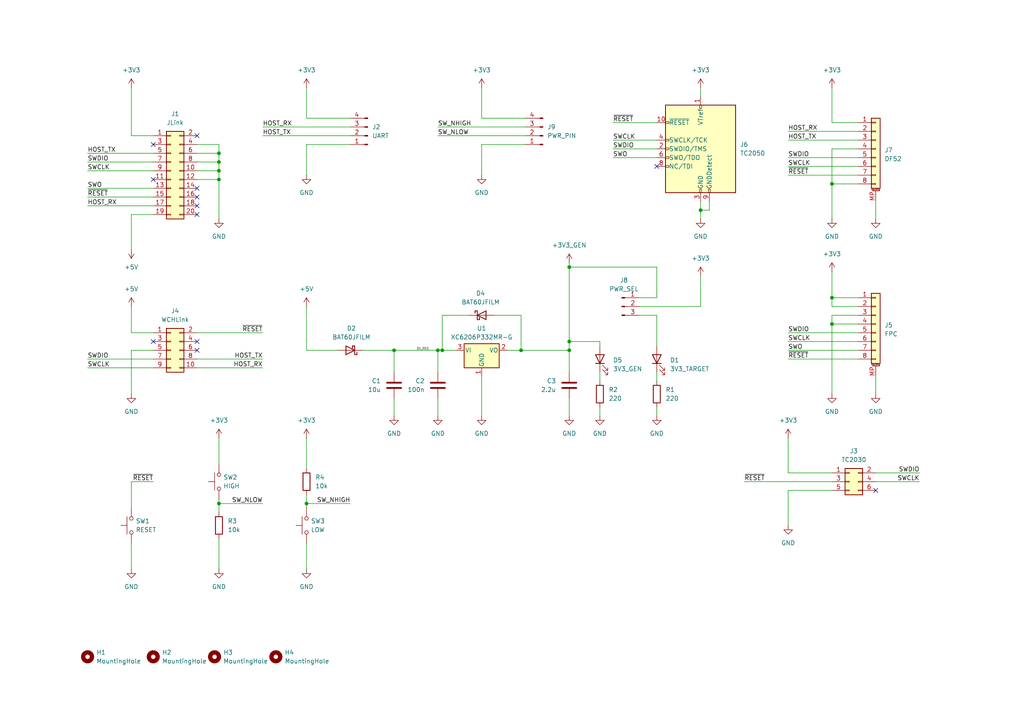
<source format=kicad_sch>
(kicad_sch (version 20250114) (generator "eeschema") (generator_version "9.0")
  (paper "A4")
  (lib_symbols
    (symbol "Connector:Conn_01x03_Pin" (pin_names (offset 1.016) (hide yes))
      (property "Reference" "J" (at 0 5.08 0))
      (property "Value" "Conn_01x03_Pin" (at 0 -5.08 0))
      (symbol "Conn_01x03_Pin_1_1"
        (rectangle (start 0.8636 2.667) (end 0 2.413) (stroke (width 0.1524)) (fill (type outline)))
        (rectangle (start 0.8636 0.127) (end 0 -0.127) (stroke (width 0.1524)) (fill (type outline)))
        (rectangle (start 0.8636 -2.413) (end 0 -2.667) (stroke (width 0.1524)) (fill (type outline)))
        (polyline (pts (xy 1.27 2.54) (xy 0.8636 2.54)) (stroke (width 0.1524)))
        (polyline (pts (xy 1.27 0) (xy 0.8636 0)) (stroke (width 0.1524)))
        (polyline (pts (xy 1.27 -2.54) (xy 0.8636 -2.54)) (stroke (width 0.1524)))
        (pin passive line (at 5.08 2.54 180) (length 3.81) (name "Pin_1") (number "1"))
        (pin passive line (at 5.08 0 180) (length 3.81) (name "Pin_2") (number "2"))
        (pin passive line (at 5.08 -2.54 180) (length 3.81) (name "Pin_3") (number "3"))
      )
    )
    (symbol "Connector:Conn_01x04_Pin" (pin_names (offset 1.016) (hide yes))
      (property "Reference" "J" (at 0 5.08 0))
      (property "Value" "Conn_01x04_Pin" (at 0 -7.62 0))
      (symbol "Conn_01x04_Pin_1_1"
        (rectangle (start 0.8636 2.667) (end 0 2.413) (stroke (width 0.1524)) (fill (type outline)))
        (rectangle (start 0.8636 0.127) (end 0 -0.127) (stroke (width 0.1524)) (fill (type outline)))
        (rectangle (start 0.8636 -2.413) (end 0 -2.667) (stroke (width 0.1524)) (fill (type outline)))
        (rectangle (start 0.8636 -4.953) (end 0 -5.207) (stroke (width 0.1524)) (fill (type outline)))
        (polyline (pts (xy 1.27 2.54) (xy 0.8636 2.54)) (stroke (width 0.1524)))
        (polyline (pts (xy 1.27 0) (xy 0.8636 0)) (stroke (width 0.1524)))
        (polyline (pts (xy 1.27 -2.54) (xy 0.8636 -2.54)) (stroke (width 0.1524)))
        (polyline (pts (xy 1.27 -5.08) (xy 0.8636 -5.08)) (stroke (width 0.1524)))
        (pin passive line (at 5.08 2.54 180) (length 3.81) (name "Pin_1") (number "1"))
        (pin passive line (at 5.08 0 180) (length 3.81) (name "Pin_2") (number "2"))
        (pin passive line (at 5.08 -2.54 180) (length 3.81) (name "Pin_3") (number "3"))
        (pin passive line (at 5.08 -5.08 180) (length 3.81) (name "Pin_4") (number "4"))
      )
    )
    (symbol "Connector:Conn_ARM_JTAG_SWD_10" (pin_names (offset 1.016))
      (property "Reference" "J" (at -2.54 16.51 0))
      (property "Value" "Conn_ARM_JTAG_SWD_10" (at -2.54 13.97 0))
      (symbol "Conn_ARM_JTAG_SWD_10_0_1"
        (rectangle (start -10.16 12.7) (end 10.16 -12.7) (stroke (width 0.254)) (fill (type background)))
        (rectangle (start -2.794 -12.7) (end -2.286 -11.684))
        (rectangle (start -0.254 12.7) (end 0.254 11.684))
        (rectangle (start -0.254 -12.7) (end 0.254 -11.684))
        (rectangle (start 9.144 2.286) (end 10.16 2.794))
        (rectangle (start 10.16 7.874) (end 9.144 7.366))
        (rectangle (start 10.16 -0.254) (end 9.144 0.254))
        (rectangle (start 10.16 -2.794) (end 9.144 -2.286))
      )
      (symbol "Conn_ARM_JTAG_SWD_10_1_1"
        (rectangle (start 9.144 -5.334) (end 10.16 -4.826))
        (pin no_connect line (at -10.16 0 0) (length 2.54) (hide yes) (name "KEY") (number "7"))
        (pin passive line (at -2.54 -15.24 90) (length 2.54) (name "GNDDetect") (number "9"))
        (pin power_in line (at 0 15.24 270) (length 2.54) (name "VTref") (number "1"))
        (pin power_in line (at 0 -15.24 90) (length 2.54) (name "GND") (number "3"))
        (pin passive line (at 0 -15.24 90) (length 2.54) (hide yes) (name "GND") (number "5"))
        (pin open_collector line (at 12.7 7.62 180) (length 2.54) (name "~{RESET}") (number "10"))
        (pin output line (at 12.7 2.54 180) (length 2.54) (name "SWCLK/TCK") (number "4"))
        (pin bidirectional line (at 12.7 0 180) (length 2.54) (name "SWDIO/TMS") (number "2"))
        (pin input line (at 12.7 -2.54 180) (length 2.54) (name "SWO/TDO") (number "6"))
        (pin output line (at 12.7 -5.08 180) (length 2.54) (name "NC/TDI") (number "8"))
      )
    )
    (symbol "Connector_Generic:Conn_02x03_Odd_Even" (pin_names (offset 1.016) (hide yes))
      (property "Reference" "J" (at 1.27 5.08 0))
      (property "Value" "Conn_02x03_Odd_Even" (at 1.27 -5.08 0))
      (symbol "Conn_02x03_Odd_Even_1_1"
        (rectangle (start -1.27 3.81) (end 3.81 -3.81) (stroke (width 0.254)) (fill (type background)))
        (rectangle (start -1.27 2.667) (end 0 2.413) (stroke (width 0.1524)))
        (rectangle (start -1.27 0.127) (end 0 -0.127) (stroke (width 0.1524)))
        (rectangle (start -1.27 -2.413) (end 0 -2.667) (stroke (width 0.1524)))
        (rectangle (start 3.81 2.667) (end 2.54 2.413) (stroke (width 0.1524)))
        (rectangle (start 3.81 0.127) (end 2.54 -0.127) (stroke (width 0.1524)))
        (rectangle (start 3.81 -2.413) (end 2.54 -2.667) (stroke (width 0.1524)))
        (pin passive line (at -5.08 2.54 0) (length 3.81) (name "Pin_1") (number "1"))
        (pin passive line (at -5.08 0 0) (length 3.81) (name "Pin_3") (number "3"))
        (pin passive line (at -5.08 -2.54 0) (length 3.81) (name "Pin_5") (number "5"))
        (pin passive line (at 7.62 2.54 180) (length 3.81) (name "Pin_2") (number "2"))
        (pin passive line (at 7.62 0 180) (length 3.81) (name "Pin_4") (number "4"))
        (pin passive line (at 7.62 -2.54 180) (length 3.81) (name "Pin_6") (number "6"))
      )
    )
    (symbol "Connector_Generic:Conn_02x05_Odd_Even" (pin_names (offset 1.016) (hide yes))
      (property "Reference" "J" (at 1.27 7.62 0))
      (property "Value" "Conn_02x05_Odd_Even" (at 1.27 -7.62 0))
      (symbol "Conn_02x05_Odd_Even_1_1"
        (rectangle (start -1.27 6.35) (end 3.81 -6.35) (stroke (width 0.254)) (fill (type background)))
        (rectangle (start -1.27 5.207) (end 0 4.953) (stroke (width 0.1524)))
        (rectangle (start -1.27 2.667) (end 0 2.413) (stroke (width 0.1524)))
        (rectangle (start -1.27 0.127) (end 0 -0.127) (stroke (width 0.1524)))
        (rectangle (start -1.27 -2.413) (end 0 -2.667) (stroke (width 0.1524)))
        (rectangle (start -1.27 -4.953) (end 0 -5.207) (stroke (width 0.1524)))
        (rectangle (start 3.81 5.207) (end 2.54 4.953) (stroke (width 0.1524)))
        (rectangle (start 3.81 2.667) (end 2.54 2.413) (stroke (width 0.1524)))
        (rectangle (start 3.81 0.127) (end 2.54 -0.127) (stroke (width 0.1524)))
        (rectangle (start 3.81 -2.413) (end 2.54 -2.667) (stroke (width 0.1524)))
        (rectangle (start 3.81 -4.953) (end 2.54 -5.207) (stroke (width 0.1524)))
        (pin passive line (at -5.08 5.08 0) (length 3.81) (name "Pin_1") (number "1"))
        (pin passive line (at -5.08 2.54 0) (length 3.81) (name "Pin_3") (number "3"))
        (pin passive line (at -5.08 0 0) (length 3.81) (name "Pin_5") (number "5"))
        (pin passive line (at -5.08 -2.54 0) (length 3.81) (name "Pin_7") (number "7"))
        (pin passive line (at -5.08 -5.08 0) (length 3.81) (name "Pin_9") (number "9"))
        (pin passive line (at 7.62 5.08 180) (length 3.81) (name "Pin_2") (number "2"))
        (pin passive line (at 7.62 2.54 180) (length 3.81) (name "Pin_4") (number "4"))
        (pin passive line (at 7.62 0 180) (length 3.81) (name "Pin_6") (number "6"))
        (pin passive line (at 7.62 -2.54 180) (length 3.81) (name "Pin_8") (number "8"))
        (pin passive line (at 7.62 -5.08 180) (length 3.81) (name "Pin_10") (number "10"))
      )
    )
    (symbol "Connector_Generic:Conn_02x10_Odd_Even" (pin_names (offset 1.016) (hide yes))
      (property "Reference" "J" (at 1.27 12.7 0))
      (property "Value" "Conn_02x10_Odd_Even" (at 1.27 -15.24 0))
      (symbol "Conn_02x10_Odd_Even_1_1"
        (rectangle (start -1.27 11.43) (end 3.81 -13.97) (stroke (width 0.254)) (fill (type background)))
        (rectangle (start -1.27 10.287) (end 0 10.033) (stroke (width 0.1524)))
        (rectangle (start -1.27 7.747) (end 0 7.493) (stroke (width 0.1524)))
        (rectangle (start -1.27 5.207) (end 0 4.953) (stroke (width 0.1524)))
        (rectangle (start -1.27 2.667) (end 0 2.413) (stroke (width 0.1524)))
        (rectangle (start -1.27 0.127) (end 0 -0.127) (stroke (width 0.1524)))
        (rectangle (start -1.27 -2.413) (end 0 -2.667) (stroke (width 0.1524)))
        (rectangle (start -1.27 -4.953) (end 0 -5.207) (stroke (width 0.1524)))
        (rectangle (start -1.27 -7.493) (end 0 -7.747) (stroke (width 0.1524)))
        (rectangle (start -1.27 -10.033) (end 0 -10.287) (stroke (width 0.1524)))
        (rectangle (start -1.27 -12.573) (end 0 -12.827) (stroke (width 0.1524)))
        (rectangle (start 3.81 10.287) (end 2.54 10.033) (stroke (width 0.1524)))
        (rectangle (start 3.81 7.747) (end 2.54 7.493) (stroke (width 0.1524)))
        (rectangle (start 3.81 5.207) (end 2.54 4.953) (stroke (width 0.1524)))
        (rectangle (start 3.81 2.667) (end 2.54 2.413) (stroke (width 0.1524)))
        (rectangle (start 3.81 0.127) (end 2.54 -0.127) (stroke (width 0.1524)))
        (rectangle (start 3.81 -2.413) (end 2.54 -2.667) (stroke (width 0.1524)))
        (rectangle (start 3.81 -4.953) (end 2.54 -5.207) (stroke (width 0.1524)))
        (rectangle (start 3.81 -7.493) (end 2.54 -7.747) (stroke (width 0.1524)))
        (rectangle (start 3.81 -10.033) (end 2.54 -10.287) (stroke (width 0.1524)))
        (rectangle (start 3.81 -12.573) (end 2.54 -12.827) (stroke (width 0.1524)))
        (pin passive line (at -5.08 10.16 0) (length 3.81) (name "Pin_1") (number "1"))
        (pin passive line (at -5.08 7.62 0) (length 3.81) (name "Pin_3") (number "3"))
        (pin passive line (at -5.08 5.08 0) (length 3.81) (name "Pin_5") (number "5"))
        (pin passive line (at -5.08 2.54 0) (length 3.81) (name "Pin_7") (number "7"))
        (pin passive line (at -5.08 0 0) (length 3.81) (name "Pin_9") (number "9"))
        (pin passive line (at -5.08 -2.54 0) (length 3.81) (name "Pin_11") (number "11"))
        (pin passive line (at -5.08 -5.08 0) (length 3.81) (name "Pin_13") (number "13"))
        (pin passive line (at -5.08 -7.62 0) (length 3.81) (name "Pin_15") (number "15"))
        (pin passive line (at -5.08 -10.16 0) (length 3.81) (name "Pin_17") (number "17"))
        (pin passive line (at -5.08 -12.7 0) (length 3.81) (name "Pin_19") (number "19"))
        (pin passive line (at 7.62 10.16 180) (length 3.81) (name "Pin_2") (number "2"))
        (pin passive line (at 7.62 7.62 180) (length 3.81) (name "Pin_4") (number "4"))
        (pin passive line (at 7.62 5.08 180) (length 3.81) (name "Pin_6") (number "6"))
        (pin passive line (at 7.62 2.54 180) (length 3.81) (name "Pin_8") (number "8"))
        (pin passive line (at 7.62 0 180) (length 3.81) (name "Pin_10") (number "10"))
        (pin passive line (at 7.62 -2.54 180) (length 3.81) (name "Pin_12") (number "12"))
        (pin passive line (at 7.62 -5.08 180) (length 3.81) (name "Pin_14") (number "14"))
        (pin passive line (at 7.62 -7.62 180) (length 3.81) (name "Pin_16") (number "16"))
        (pin passive line (at 7.62 -10.16 180) (length 3.81) (name "Pin_18") (number "18"))
        (pin passive line (at 7.62 -12.7 180) (length 3.81) (name "Pin_20") (number "20"))
      )
    )
    (symbol "Connector_Generic_MountingPin:Conn_01x08_MountingPin" (pin_names (offset 1.016) (hide yes))
      (property "Reference" "J" (at 0 10.16 0))
      (property "Value" "Conn_01x08_MountingPin" (at 1.27 -12.7 0))
      (symbol "Conn_01x08_MountingPin_1_1"
        (rectangle (start -1.27 8.89) (end 1.27 -11.43) (stroke (width 0.254)) (fill (type background)))
        (rectangle (start -1.27 7.747) (end 0 7.493) (stroke (width 0.1524)))
        (rectangle (start -1.27 5.207) (end 0 4.953) (stroke (width 0.1524)))
        (rectangle (start -1.27 2.667) (end 0 2.413) (stroke (width 0.1524)))
        (rectangle (start -1.27 0.127) (end 0 -0.127) (stroke (width 0.1524)))
        (rectangle (start -1.27 -2.413) (end 0 -2.667) (stroke (width 0.1524)))
        (rectangle (start -1.27 -4.953) (end 0 -5.207) (stroke (width 0.1524)))
        (rectangle (start -1.27 -7.493) (end 0 -7.747) (stroke (width 0.1524)))
        (rectangle (start -1.27 -10.033) (end 0 -10.287) (stroke (width 0.1524)))
        (polyline (pts (xy -1.016 -12.192) (xy 1.016 -12.192)) (stroke (width 0.1524)))
        (text "Mounting" (at 0 -11.811 0) (effects (font (size 0.381 0.381))))
        (pin passive line (at -5.08 7.62 0) (length 3.81) (name "Pin_1") (number "1"))
        (pin passive line (at -5.08 5.08 0) (length 3.81) (name "Pin_2") (number "2"))
        (pin passive line (at -5.08 2.54 0) (length 3.81) (name "Pin_3") (number "3"))
        (pin passive line (at -5.08 0 0) (length 3.81) (name "Pin_4") (number "4"))
        (pin passive line (at -5.08 -2.54 0) (length 3.81) (name "Pin_5") (number "5"))
        (pin passive line (at -5.08 -5.08 0) (length 3.81) (name "Pin_6") (number "6"))
        (pin passive line (at -5.08 -7.62 0) (length 3.81) (name "Pin_7") (number "7"))
        (pin passive line (at -5.08 -10.16 0) (length 3.81) (name "Pin_8") (number "8"))
        (pin passive line (at 0 -15.24 90) (length 3.048) (name "MountPin") (number "MP"))
      )
    )
    (symbol "Device:C" (pin_numbers (hide yes)) (pin_names (offset 0.254))
      (property "Reference" "C" (at 0.635 2.54 0))
      (property "Value" "C" (at 0.635 -2.54 0))
      (symbol "C_0_1"
        (polyline (pts (xy -2.032 0.762) (xy 2.032 0.762)) (stroke (width 0.508)))
        (polyline (pts (xy -2.032 -0.762) (xy 2.032 -0.762)) (stroke (width 0.508)))
      )
      (symbol "C_1_1"
        (pin passive line (at 0 3.81 270) (length 2.794) (name "~") (number "1"))
        (pin passive line (at 0 -3.81 90) (length 2.794) (name "~") (number "2"))
      )
    )
    (symbol "Device:D_Schottky" (pin_numbers (hide yes)) (pin_names (offset 1.016) (hide yes))
      (property "Reference" "D" (at 0 2.54 0))
      (property "Value" "D_Schottky" (at 0 -2.54 0))
      (symbol "D_Schottky_0_1"
        (polyline (pts (xy -1.905 0.635) (xy -1.905 1.27) (xy -1.27 1.27) (xy -1.27 -1.27) (xy -0.635 -1.27) (xy -0.635 -0.635)) (stroke (width 0.254)))
        (polyline (pts (xy 1.27 1.27) (xy 1.27 -1.27) (xy -1.27 0) (xy 1.27 1.27)) (stroke (width 0.254)))
        (polyline (pts (xy 1.27 0) (xy -1.27 0)))
      )
      (symbol "D_Schottky_1_1"
        (pin passive line (at -3.81 0 0) (length 2.54) (name "K") (number "1"))
        (pin passive line (at 3.81 0 180) (length 2.54) (name "A") (number "2"))
      )
    )
    (symbol "Device:LED" (pin_numbers (hide yes)) (pin_names (offset 1.016) (hide yes))
      (property "Reference" "D" (at 0 2.54 0))
      (property "Value" "LED" (at 0 -2.54 0))
      (symbol "LED_0_1"
        (polyline (pts (xy -3.048 -0.762) (xy -4.572 -2.286) (xy -3.81 -2.286) (xy -4.572 -2.286) (xy -4.572 -1.524)))
        (polyline (pts (xy -1.778 -0.762) (xy -3.302 -2.286) (xy -2.54 -2.286) (xy -3.302 -2.286) (xy -3.302 -1.524)))
        (polyline (pts (xy -1.27 0) (xy 1.27 0)))
        (polyline (pts (xy -1.27 -1.27) (xy -1.27 1.27)) (stroke (width 0.254)))
        (polyline (pts (xy 1.27 -1.27) (xy 1.27 1.27) (xy -1.27 0) (xy 1.27 -1.27)) (stroke (width 0.254)))
      )
      (symbol "LED_1_1"
        (pin passive line (at -3.81 0 0) (length 2.54) (name "K") (number "1"))
        (pin passive line (at 3.81 0 180) (length 2.54) (name "A") (number "2"))
      )
    )
    (symbol "Device:R" (pin_numbers (hide yes)) (pin_names (offset 0))
      (property "Reference" "R" (at 2.032 0 90))
      (property "Value" "R" (at 0 0 90))
      (symbol "R_0_1"
        (rectangle (start -1.016 -2.54) (end 1.016 2.54) (stroke (width 0.254)))
      )
      (symbol "R_1_1"
        (pin passive line (at 0 3.81 270) (length 1.27) (name "~") (number "1"))
        (pin passive line (at 0 -3.81 90) (length 1.27) (name "~") (number "2"))
      )
    )
    (symbol "Mechanical:MountingHole" (pin_names (offset 1.016)) (in_bom no)
      (property "Reference" "H" (at 0 5.08 0))
      (property "Value" "MountingHole" (at 0 3.175 0))
      (symbol "MountingHole_0_1"
        (circle (center 0 0) (radius 1.27) (stroke (width 1.27)))
      )
    )
    (symbol "Regulator_Linear:XC6206PxxxMR" (pin_names (offset 0.254))
      (property "Reference" "U" (at -3.81 3.175 0))
      (property "Value" "XC6206PxxxMR" (at 0 3.175 0))
      (symbol "XC6206PxxxMR_0_1"
        (rectangle (start -5.08 1.905) (end 5.08 -5.08) (stroke (width 0.254)) (fill (type background)))
      )
      (symbol "XC6206PxxxMR_1_1"
        (pin power_in line (at -7.62 0 0) (length 2.54) (name "VI") (number "3"))
        (pin power_in line (at 0 -7.62 90) (length 2.54) (name "GND") (number "1"))
        (pin power_out line (at 7.62 0 180) (length 2.54) (name "VO") (number "2"))
      )
    )
    (symbol "Switch:SW_Push" (pin_numbers (hide yes)) (pin_names (offset 1.016) (hide yes))
      (property "Reference" "SW" (at 1.27 2.54 0))
      (property "Value" "SW_Push" (at 0 -1.524 0))
      (symbol "SW_Push_0_1"
        (circle (center -2.032 0) (radius 0.508))
        (polyline (pts (xy 0 1.27) (xy 0 3.048)))
        (circle (center 2.032 0) (radius 0.508))
        (polyline (pts (xy 2.54 1.27) (xy -2.54 1.27)))
        (pin passive line (at -5.08 0 0) (length 2.54) (name "1") (number "1"))
        (pin passive line (at 5.08 0 180) (length 2.54) (name "2") (number "2"))
      )
    )
    (symbol "power:+3V3" (power) (pin_numbers (hide yes)) (pin_names (offset 0) (hide yes))
      (property "Value" "+3V3" (at 0 3.556 0))
      (symbol "+3V3_0_1"
        (polyline (pts (xy -0.762 1.27) (xy 0 2.54)))
        (polyline (pts (xy 0 2.54) (xy 0.762 1.27)))
        (polyline (pts (xy 0 0) (xy 0 2.54)))
      )
      (symbol "+3V3_1_1"
        (pin power_in line (at 0 0 90) (length 0) (name "~") (number "1"))
      )
    )
    (symbol "power:+5V" (power) (pin_numbers (hide yes)) (pin_names (offset 0) (hide yes))
      (property "Value" "+5V" (at 0 3.556 0))
      (symbol "+5V_0_1"
        (polyline (pts (xy -0.762 1.27) (xy 0 2.54)))
        (polyline (pts (xy 0 2.54) (xy 0.762 1.27)))
        (polyline (pts (xy 0 0) (xy 0 2.54)))
      )
      (symbol "+5V_1_1"
        (pin power_in line (at 0 0 90) (length 0) (name "~") (number "1"))
      )
    )
    (symbol "power:GND" (power) (pin_numbers (hide yes)) (pin_names (offset 0) (hide yes))
      (property "Value" "GND" (at 0 -3.81 0))
      (symbol "GND_0_1"
        (polyline (pts (xy 0 0) (xy 0 -1.27) (xy 1.27 -1.27) (xy 0 -2.54) (xy -1.27 -1.27) (xy 0 -1.27)))
      )
      (symbol "GND_1_1"
        (pin power_in line (at 0 0 270) (length 0) (name "~") (number "1"))
      )
    )
  )
  (junction (at 63.5 49.53))
  (junction (at 241.3 93.98))
  (junction (at 241.3 86.36))
  (junction (at 151.13 101.6))
  (junction (at 165.1 99.06))
  (junction (at 127 101.6))
  (junction (at 63.5 52.07))
  (junction (at 63.5 44.45))
  (junction (at 114.3 101.6))
  (junction (at 63.5 146.05))
  (junction (at 165.1 101.6))
  (junction (at 88.9 146.05))
  (junction (at 128.27 101.6))
  (junction (at 203.2 60.96))
  (junction (at 165.1 77.47))
  (junction (at 241.3 53.34))
  (junction (at 63.5 46.99))
  (no_connect (at 254 142.24))
  (no_connect (at 44.45 52.07))
  (no_connect (at 57.15 62.23))
  (no_connect (at 57.15 57.15))
  (no_connect (at 57.15 39.37))
  (no_connect (at 57.15 101.6))
  (no_connect (at 57.15 54.61))
  (no_connect (at 44.45 41.91))
  (no_connect (at 190.5 48.26))
  (no_connect (at 57.15 99.06))
  (no_connect (at 44.45 99.06))
  (no_connect (at 57.15 59.69))
  (wire (pts (xy 205.74 58.42) (xy 205.74 60.96)))
  (wire (pts (xy 63.5 52.07) (xy 63.5 63.5)))
  (wire (pts (xy 185.42 91.44) (xy 190.5 91.44)))
  (wire (pts (xy 248.92 88.9) (xy 241.3 88.9)))
  (wire (pts (xy 241.3 25.4) (xy 241.3 35.56)))
  (wire (pts (xy 105.41 101.6) (xy 114.3 101.6)))
  (wire (pts (xy 228.6 152.4) (xy 228.6 142.24)))
  (wire (pts (xy 228.6 142.24) (xy 241.3 142.24)))
  (wire (pts (xy 38.1 39.37) (xy 38.1 25.4)))
  (wire (pts (xy 44.45 39.37) (xy 38.1 39.37)))
  (wire (pts (xy 88.9 127) (xy 88.9 135.89)))
  (wire (pts (xy 241.3 93.98) (xy 241.3 91.44)))
  (wire (pts (xy 63.5 146.05) (xy 76.2 146.05)))
  (wire (pts (xy 76.2 39.37) (xy 101.6 39.37)))
  (wire (pts (xy 127 115.57) (xy 127 120.65)))
  (wire (pts (xy 241.3 35.56) (xy 248.92 35.56)))
  (wire (pts (xy 25.4 59.69) (xy 44.45 59.69)))
  (wire (pts (xy 165.1 76.2) (xy 165.1 77.47)))
  (wire (pts (xy 185.42 86.36) (xy 190.5 86.36)))
  (wire (pts (xy 241.3 53.34) (xy 241.3 63.5)))
  (wire (pts (xy 63.5 146.05) (xy 63.5 148.59)))
  (wire (pts (xy 248.92 104.14) (xy 228.6 104.14)))
  (wire (pts (xy 190.5 91.44) (xy 190.5 100.33)))
  (wire (pts (xy 177.8 35.56) (xy 190.5 35.56)))
  (wire (pts (xy 101.6 41.91) (xy 88.9 41.91)))
  (wire (pts (xy 57.15 46.99) (xy 63.5 46.99)))
  (wire (pts (xy 63.5 46.99) (xy 63.5 49.53)))
  (wire (pts (xy 139.7 109.22) (xy 139.7 120.65)))
  (wire (pts (xy 177.8 45.72) (xy 190.5 45.72)))
  (wire (pts (xy 254 109.22) (xy 254 114.3)))
  (wire (pts (xy 248.92 53.34) (xy 241.3 53.34)))
  (wire (pts (xy 152.4 34.29) (xy 139.7 34.29)))
  (wire (pts (xy 177.8 40.64) (xy 190.5 40.64)))
  (wire (pts (xy 165.1 101.6) (xy 165.1 107.95)))
  (wire (pts (xy 228.6 38.1) (xy 248.92 38.1)))
  (wire (pts (xy 173.99 118.11) (xy 173.99 120.65)))
  (wire (pts (xy 151.13 101.6) (xy 165.1 101.6)))
  (wire (pts (xy 25.4 46.99) (xy 44.45 46.99)))
  (wire (pts (xy 203.2 58.42) (xy 203.2 60.96)))
  (wire (pts (xy 25.4 57.15) (xy 44.45 57.15)))
  (wire (pts (xy 63.5 44.45) (xy 63.5 46.99)))
  (wire (pts (xy 88.9 101.6) (xy 97.79 101.6)))
  (wire (pts (xy 38.1 157.48) (xy 38.1 165.1)))
  (wire (pts (xy 57.15 49.53) (xy 63.5 49.53)))
  (wire (pts (xy 88.9 146.05) (xy 88.9 147.32)))
  (wire (pts (xy 139.7 50.8) (xy 139.7 41.91)))
  (wire (pts (xy 38.1 147.32) (xy 38.1 139.7)))
  (wire (pts (xy 241.3 137.16) (xy 228.6 137.16)))
  (wire (pts (xy 165.1 99.06) (xy 173.99 99.06)))
  (wire (pts (xy 88.9 34.29) (xy 101.6 34.29)))
  (wire (pts (xy 228.6 40.64) (xy 248.92 40.64)))
  (wire (pts (xy 215.9 139.7) (xy 241.3 139.7)))
  (wire (pts (xy 25.4 104.14) (xy 44.45 104.14)))
  (wire (pts (xy 128.27 101.6) (xy 132.08 101.6)))
  (wire (pts (xy 228.6 50.8) (xy 248.92 50.8)))
  (wire (pts (xy 57.15 96.52) (xy 76.2 96.52)))
  (wire (pts (xy 173.99 107.95) (xy 173.99 110.49)))
  (wire (pts (xy 139.7 41.91) (xy 152.4 41.91)))
  (wire (pts (xy 241.3 91.44) (xy 248.92 91.44)))
  (wire (pts (xy 203.2 80.01) (xy 203.2 88.9)))
  (wire (pts (xy 190.5 107.95) (xy 190.5 110.49)))
  (wire (pts (xy 203.2 88.9) (xy 185.42 88.9)))
  (wire (pts (xy 248.92 86.36) (xy 241.3 86.36)))
  (wire (pts (xy 63.5 49.53) (xy 63.5 52.07)))
  (wire (pts (xy 228.6 96.52) (xy 248.92 96.52)))
  (wire (pts (xy 25.4 49.53) (xy 44.45 49.53)))
  (wire (pts (xy 63.5 41.91) (xy 63.5 44.45)))
  (wire (pts (xy 254 139.7) (xy 266.7 139.7)))
  (wire (pts (xy 190.5 118.11) (xy 190.5 120.65)))
  (wire (pts (xy 38.1 88.9) (xy 38.1 96.52)))
  (wire (pts (xy 228.6 137.16) (xy 228.6 127)))
  (wire (pts (xy 38.1 101.6) (xy 38.1 114.3)))
  (wire (pts (xy 57.15 41.91) (xy 63.5 41.91)))
  (wire (pts (xy 203.2 60.96) (xy 203.2 63.5)))
  (wire (pts (xy 25.4 54.61) (xy 44.45 54.61)))
  (wire (pts (xy 63.5 144.78) (xy 63.5 146.05)))
  (wire (pts (xy 38.1 139.7) (xy 44.45 139.7)))
  (wire (pts (xy 127 36.83) (xy 152.4 36.83)))
  (wire (pts (xy 254 58.42) (xy 254 63.5)))
  (wire (pts (xy 241.3 93.98) (xy 248.92 93.98)))
  (wire (pts (xy 177.8 43.18) (xy 190.5 43.18)))
  (wire (pts (xy 44.45 62.23) (xy 38.1 62.23)))
  (wire (pts (xy 241.3 114.3) (xy 241.3 93.98)))
  (wire (pts (xy 228.6 45.72) (xy 248.92 45.72)))
  (wire (pts (xy 25.4 44.45) (xy 44.45 44.45)))
  (wire (pts (xy 38.1 62.23) (xy 38.1 72.39)))
  (wire (pts (xy 114.3 115.57) (xy 114.3 120.65)))
  (wire (pts (xy 114.3 101.6) (xy 127 101.6)))
  (wire (pts (xy 25.4 106.68) (xy 44.45 106.68)))
  (wire (pts (xy 57.15 104.14) (xy 76.2 104.14)))
  (wire (pts (xy 241.3 43.18) (xy 241.3 53.34)))
  (wire (pts (xy 228.6 99.06) (xy 248.92 99.06)))
  (wire (pts (xy 139.7 34.29) (xy 139.7 25.4)))
  (wire (pts (xy 76.2 36.83) (xy 101.6 36.83)))
  (wire (pts (xy 254 137.16) (xy 266.7 137.16)))
  (wire (pts (xy 88.9 157.48) (xy 88.9 165.1)))
  (wire (pts (xy 205.74 60.96) (xy 203.2 60.96)))
  (wire (pts (xy 128.27 101.6) (xy 127 101.6)))
  (wire (pts (xy 151.13 101.6) (xy 147.32 101.6)))
  (wire (pts (xy 165.1 77.47) (xy 165.1 99.06)))
  (wire (pts (xy 165.1 115.57) (xy 165.1 120.65)))
  (wire (pts (xy 88.9 41.91) (xy 88.9 50.8)))
  (wire (pts (xy 203.2 25.4) (xy 203.2 27.94)))
  (wire (pts (xy 38.1 96.52) (xy 44.45 96.52)))
  (wire (pts (xy 88.9 25.4) (xy 88.9 34.29)))
  (wire (pts (xy 248.92 43.18) (xy 241.3 43.18)))
  (wire (pts (xy 143.51 91.44) (xy 151.13 91.44)))
  (wire (pts (xy 44.45 101.6) (xy 38.1 101.6)))
  (wire (pts (xy 241.3 88.9) (xy 241.3 86.36)))
  (wire (pts (xy 127 101.6) (xy 127 107.95)))
  (wire (pts (xy 190.5 77.47) (xy 165.1 77.47)))
  (wire (pts (xy 63.5 156.21) (xy 63.5 165.1)))
  (wire (pts (xy 57.15 52.07) (xy 63.5 52.07)))
  (wire (pts (xy 128.27 91.44) (xy 128.27 101.6)))
  (wire (pts (xy 241.3 86.36) (xy 241.3 78.74)))
  (wire (pts (xy 165.1 99.06) (xy 165.1 101.6)))
  (wire (pts (xy 57.15 44.45) (xy 63.5 44.45)))
  (wire (pts (xy 190.5 86.36) (xy 190.5 77.47)))
  (wire (pts (xy 88.9 88.9) (xy 88.9 101.6)))
  (wire (pts (xy 151.13 91.44) (xy 151.13 101.6)))
  (wire (pts (xy 88.9 143.51) (xy 88.9 146.05)))
  (wire (pts (xy 127 39.37) (xy 152.4 39.37)))
  (wire (pts (xy 114.3 101.6) (xy 114.3 107.95)))
  (wire (pts (xy 63.5 127) (xy 63.5 134.62)))
  (wire (pts (xy 228.6 101.6) (xy 248.92 101.6)))
  (wire (pts (xy 128.27 91.44) (xy 135.89 91.44)))
  (wire (pts (xy 57.15 106.68) (xy 76.2 106.68)))
  (wire (pts (xy 173.99 100.33) (xy 173.99 99.06)))
  (wire (pts (xy 228.6 48.26) (xy 248.92 48.26)))
  (wire (pts (xy 88.9 146.05) (xy 101.6 146.05)))
  (label "SWCLK" (at 266.7 139.7 180))
  (label "SWCLK" (at 177.8 40.64 0))
  (label "~{RESET}" (at 44.45 139.7 180))
  (label "SWCLK" (at 228.6 48.26 0))
  (label "SWDIO" (at 25.4 46.99 0))
  (label "HOST_TX" (at 228.6 40.64 0))
  (label "HOST_RX" (at 228.6 38.1 0))
  (label "HOST_TX" (at 76.2 104.14 180))
  (label "HOST_TX" (at 25.4 44.45 0))
  (label "~{RESET}" (at 76.2 96.52 180))
  (label "SWDIO" (at 228.6 96.52 0))
  (label "SWDIO" (at 266.7 137.16 180))
  (label "SW_NLOW" (at 127 39.37 0))
  (label "SWCLK" (at 25.4 106.68 0))
  (label "~{RESET}" (at 177.8 35.56 0))
  (label "HOST_RX" (at 25.4 59.69 0))
  (label "SW_NHIGH" (at 127 36.83 0))
  (label "5V_REG" (at 124.46 101.6 180) (effects (font (size 0.635 0.635))))
  (label "~{RESET}" (at 228.6 104.14 0))
  (label "SWDIO" (at 25.4 104.14 0))
  (label "SW_NHIGH" (at 101.6 146.05 180))
  (label "SWO" (at 177.8 45.72 0))
  (label "HOST_RX" (at 76.2 106.68 180))
  (label "SW_NLOW" (at 76.2 146.05 180))
  (label "~{RESET}" (at 25.4 57.15 0))
  (label "SWCLK" (at 25.4 49.53 0))
  (label "SWCLK" (at 228.6 99.06 0))
  (label "~{RESET}" (at 215.9 139.7 0))
  (label "SWDIO" (at 228.6 45.72 0))
  (label "HOST_TX" (at 76.2 39.37 0))
  (label "SWO" (at 25.4 54.61 0))
  (label "HOST_RX" (at 76.2 36.83 0))
  (label "SWDIO" (at 177.8 43.18 0))
  (label "SWO" (at 228.6 101.6 0))
  (label "~{RESET}" (at 228.6 50.8 0))
  (symbol (lib_id "power:GND") (at 254 63.5 0) (unit 1)
    (property "Reference" "#PWR013" (effects (hide yes)))
    (property "Value" "GND" (at 254 68.58 0))
    (property "Description" "Power symbol creates a global label with name \"GND\" , ground" (effects (hide yes)))
  )
  (symbol (lib_id "Device:C") (at 127 111.76 0) (mirror y) (unit 1)
    (property "Reference" "C2" (at 123.19 110.4899 0) (effects (justify left)))
    (property "Value" "100n" (at 123.19 113.0299 0) (effects (justify left)))
    (property "Footprint" "Capacitor_SMD:C_0402_1005Metric" (effects (hide yes)))
    (property "Description" "Unpolarized capacitor" (effects (hide yes)))
    (property "LCSC Part" "C1525" (effects (hide yes)))
  )
  (symbol (lib_id "power:GND") (at 139.7 120.65 0) (unit 1)
    (property "Reference" "#PWR04" (effects (hide yes)))
    (property "Value" "GND" (at 139.7 125.73 0))
    (property "Description" "Power symbol creates a global label with name \"GND\" , ground" (effects (hide yes)))
  )
  (symbol (lib_id "power:GND") (at 165.1 120.65 0) (unit 1)
    (property "Reference" "#PWR06" (effects (hide yes)))
    (property "Value" "GND" (at 165.1 125.73 0))
    (property "Description" "Power symbol creates a global label with name \"GND\" , ground" (effects (hide yes)))
  )
  (symbol (lib_id "power:GND") (at 241.3 63.5 0) (unit 1)
    (property "Reference" "#PWR014" (effects (hide yes)))
    (property "Value" "GND" (at 241.3 68.58 0))
    (property "Description" "Power symbol creates a global label with name \"GND\" , ground" (effects (hide yes)))
  )
  (symbol (lib_id "power:GND") (at 254 114.3 0) (unit 1)
    (property "Reference" "#PWR010" (effects (hide yes)))
    (property "Value" "GND" (at 254 119.38 0))
    (property "Description" "Power symbol creates a global label with name \"GND\" , ground" (effects (hide yes)))
  )
  (symbol (lib_id "power:GND") (at 127 120.65 0) (unit 1)
    (property "Reference" "#PWR03" (effects (hide yes)))
    (property "Value" "GND" (at 127 125.73 0))
    (property "Description" "Power symbol creates a global label with name \"GND\" , ground" (effects (hide yes)))
  )
  (symbol (lib_id "Connector_Generic_MountingPin:Conn_01x08_MountingPin") (at 254 43.18 0) (unit 1)
    (property "Reference" "J7" (at 256.54 43.5355 0) (effects (justify left)))
    (property "Value" "DF52" (at 256.54 46.0755 0) (effects (justify left)))
    (property "Footprint" "Connector_Hirose:Hirose_DF52-8S-0.8H_1x08-1MP_P0.80mm_Horizontal" (effects (hide yes)))
    (property "Description" "Generic connectable mounting pin connector, single row, 01x08, script generated (kicad-library-utils/schlib/autogen/connector/)" (effects (hide yes)))
    (property "LCSC Part" "C506726" (effects (hide yes)))
  )
  (symbol (lib_id "power:GND") (at 88.9 165.1 0) (unit 1)
    (property "Reference" "#PWR022" (effects (hide yes)))
    (property "Value" "GND" (at 88.9 170.18 0))
    (property "Description" "Power symbol creates a global label with name \"GND\" , ground" (effects (hide yes)))
  )
  (symbol (lib_id "Device:LED") (at 173.99 104.14 90) (unit 1)
    (property "Reference" "D5" (at 177.8 104.4574 90) (effects (justify right)))
    (property "Value" "3V3_GEN" (at 177.8 106.9974 90) (effects (justify right)))
    (property "Footprint" "LED_SMD:LED_0603_1608Metric" (effects (hide yes)))
    (property "Description" "Light emitting diode" (effects (hide yes)))
    (property "Sim.Pins" "1=K 2=A" (effects (hide yes)))
    (property "LCSC Part" "C2286" (effects (hide yes)))
  )
  (symbol (lib_id "power:GND") (at 38.1 114.3 0) (unit 1)
    (property "Reference" "#PWR028" (effects (hide yes)))
    (property "Value" "GND" (at 38.1 119.38 0))
    (property "Description" "Power symbol creates a global label with name \"GND\" , ground" (effects (hide yes)))
  )
  (symbol (lib_id "Connector:Conn_01x04_Pin") (at 157.48 39.37 180) (unit 1)
    (property "Reference" "J9" (at 158.75 36.8299 0) (effects (justify right)))
    (property "Value" "PWR_PIN" (at 158.75 39.3699 0) (effects (justify right)))
    (property "Footprint" "Connector_PinHeader_2.54mm:PinHeader_1x04_P2.54mm_Vertical" (effects (hide yes)))
    (property "Description" "Generic connector, single row, 01x04, script generated" (effects (hide yes)))
  )
  (symbol (lib_id "power:GND") (at 63.5 63.5 0) (unit 1)
    (property "Reference" "#PWR09" (effects (hide yes)))
    (property "Value" "GND" (at 63.5 68.58 0))
    (property "Description" "Power symbol creates a global label with name \"GND\" , ground" (effects (hide yes)))
  )
  (symbol (lib_id "Switch:SW_Push") (at 38.1 152.4 90) (unit 1)
    (property "Reference" "SW1" (at 39.37 151.1299 90) (effects (justify right)))
    (property "Value" "RESET" (at 39.37 153.6699 90) (effects (justify right)))
    (property "Footprint" "Button_Switch_SMD:SW_Push_1P1T_XKB_TS-1187A" (effects (hide yes)))
    (property "Description" "Push button switch, generic, two pins" (effects (hide yes)))
    (property "LCSC Part" "C318884" (effects (hide yes)))
  )
  (symbol (lib_id "Device:R") (at 63.5 152.4 0) (unit 1)
    (property "Reference" "R3" (at 66.04 151.1299 0) (effects (justify left)))
    (property "Value" "10k" (at 66.04 153.6699 0) (effects (justify left)))
    (property "Footprint" "Resistor_SMD:R_0402_1005Metric" (effects (hide yes)))
    (property "Description" "Resistor" (effects (hide yes)))
    (property "LCSC Part" "C25744" (effects (hide yes)))
  )
  (symbol (lib_id "power:GND") (at 241.3 114.3 0) (unit 1)
    (property "Reference" "#PWR012" (effects (hide yes)))
    (property "Value" "GND" (at 241.3 119.38 0))
    (property "Description" "Power symbol creates a global label with name \"GND\" , ground" (effects (hide yes)))
  )
  (symbol (lib_id "Device:D_Schottky") (at 101.6 101.6 180) (unit 1)
    (property "Reference" "D2" (at 101.9175 95.25 0))
    (property "Value" "BAT60JFILM" (at 101.9175 97.79 0))
    (property "Footprint" "Diode_SMD:D_SOD-323" (effects (hide yes)))
    (property "Description" "Schottky diode" (effects (hide yes)))
    (property "LCSC Part" "C133103" (effects (hide yes)))
  )
  (symbol (lib_id "Device:C") (at 165.1 111.76 0) (mirror y) (unit 1)
    (property "Reference" "C3" (at 161.29 110.4899 0) (effects (justify left)))
    (property "Value" "2.2u" (at 161.29 113.0299 0) (effects (justify left)))
    (property "Footprint" "Capacitor_SMD:C_0402_1005Metric" (effects (hide yes)))
    (property "Description" "Unpolarized capacitor" (effects (hide yes)))
    (property "LCSC Part" "C12530" (effects (hide yes)))
  )
  (symbol (lib_id "Switch:SW_Push") (at 88.9 152.4 90) (unit 1)
    (property "Reference" "SW3" (at 90.17 151.1299 90) (effects (justify right)))
    (property "Value" "LOW" (at 90.17 153.6699 90) (effects (justify right)))
    (property "Footprint" "Button_Switch_SMD:SW_Push_1P1T_XKB_TS-1187A" (effects (hide yes)))
    (property "Description" "Push button switch, generic, two pins" (effects (hide yes)))
    (property "LCSC Part" "C318884" (effects (hide yes)))
  )
  (symbol (lib_id "Connector_Generic:Conn_02x10_Odd_Even") (at 49.53 49.53 0) (unit 1)
    (property "Reference" "J1" (at 50.8 33.02 0))
    (property "Value" "JLink" (at 50.8 35.56 0))
    (property "Footprint" "Connector_IDC:IDC-Header_2x10_P2.54mm_Vertical" (effects (hide yes)))
    (property "Description" "Generic connector, double row, 02x10, odd/even pin numbering scheme (row 1 odd numbers, row 2 even numbers), script generated (kicad-library-utils/schlib/autogen/connector/)" (effects (hide yes)))
    (property "LCSC Part" "C3405" (effects (hide yes)))
  )
  (symbol (lib_id "power:+3V3") (at 88.9 25.4 0) (unit 1)
    (property "Reference" "#PWR033" (effects (hide yes)))
    (property "Value" "+3V3" (at 88.9 20.32 0))
    (property "Description" "Power symbol creates a global label with name \"+3V3\"" (effects (hide yes)))
  )
  (symbol (lib_id "Device:C") (at 114.3 111.76 0) (mirror y) (unit 1)
    (property "Reference" "C1" (at 110.49 110.4899 0) (effects (justify left)))
    (property "Value" "10u" (at 110.49 113.0299 0) (effects (justify left)))
    (property "Footprint" "Capacitor_SMD:C_0603_1608Metric" (effects (hide yes)))
    (property "Description" "Unpolarized capacitor" (effects (hide yes)))
    (property "LCSC Part" "C19702" (effects (hide yes)))
  )
  (symbol (lib_id "Connector:Conn_01x04_Pin") (at 106.68 39.37 180) (unit 1)
    (property "Reference" "J2" (at 107.95 36.8299 0) (effects (justify right)))
    (property "Value" "UART" (at 107.95 39.3699 0) (effects (justify right)))
    (property "Footprint" "Connector_PinHeader_2.54mm:PinHeader_1x04_P2.54mm_Vertical" (effects (hide yes)))
    (property "Description" "Generic connector, single row, 01x04, script generated" (effects (hide yes)))
  )
  (symbol (lib_id "Device:R") (at 190.5 114.3 0) (unit 1)
    (property "Reference" "R1" (at 193.04 113.0299 0) (effects (justify left)))
    (property "Value" "220" (at 193.04 115.5699 0) (effects (justify left)))
    (property "Footprint" "Resistor_SMD:R_0402_1005Metric" (effects (hide yes)))
    (property "Description" "Resistor" (effects (hide yes)))
    (property "LCSC Part" "C25091" (effects (hide yes)))
  )
  (symbol (lib_id "power:+5V") (at 38.1 88.9 0) (unit 1)
    (property "Reference" "#PWR026" (effects (hide yes)))
    (property "Value" "+5V" (at 38.1 83.82 0))
    (property "Description" "Power symbol creates a global label with name \"+5V\"" (effects (hide yes)))
  )
  (symbol (lib_id "Device:LED") (at 190.5 104.14 90) (unit 1)
    (property "Reference" "D1" (at 194.31 104.4574 90) (effects (justify right)))
    (property "Value" "3V3_TARGET" (at 194.31 106.9974 90) (effects (justify right)))
    (property "Footprint" "LED_SMD:LED_0603_1608Metric" (effects (hide yes)))
    (property "Description" "Light emitting diode" (effects (hide yes)))
    (property "Sim.Pins" "1=K 2=A" (effects (hide yes)))
    (property "LCSC Part" "C2286" (effects (hide yes)))
  )
  (symbol (lib_id "Switch:SW_Push") (at 63.5 139.7 90) (unit 1)
    (property "Reference" "SW2" (at 64.77 138.4299 90) (effects (justify right)))
    (property "Value" "HIGH" (at 64.77 140.9699 90) (effects (justify right)))
    (property "Footprint" "Button_Switch_SMD:SW_Push_1P1T_XKB_TS-1187A" (effects (hide yes)))
    (property "Description" "Push button switch, generic, two pins" (effects (hide yes)))
    (property "LCSC Part" "C318884" (effects (hide yes)))
  )
  (symbol (lib_id "power:GND") (at 114.3 120.65 0) (unit 1)
    (property "Reference" "#PWR01" (effects (hide yes)))
    (property "Value" "GND" (at 114.3 125.73 0))
    (property "Description" "Power symbol creates a global label with name \"GND\" , ground" (effects (hide yes)))
  )
  (symbol (lib_id "Connector:Conn_ARM_JTAG_SWD_10") (at 203.2 43.18 0) (mirror y) (unit 1)
    (property "Reference" "J6" (at 214.63 41.9099 0) (effects (justify right)))
    (property "Value" "TC2050" (at 214.63 44.4499 0) (effects (justify right)))
    (property "Footprint" "_lib:CONN-TH_10P-P1.27_HX-JN1.27-2X5P-ZZ-H4.9" (effects (hide yes)))
    (property "Datasheet" "http://infocenter.arm.com/help/topic/com.arm.doc.ddi0314h/DDI0314H_coresight_components_trm.pdf" (effects (hide yes)))
    (property "Description" "Cortex Debug Connector, standard ARM Cortex-M SWD and JTAG interface" (effects (hide yes)))
    (property "LCSC Part" "C42372547" (effects (hide yes)))
  )
  (symbol (lib_id "Mechanical:MountingHole") (at 80.01 190.5 0) (unit 1) (in_bom no)
    (property "Reference" "H4" (at 82.55 189.2299 0) (effects (justify left)))
    (property "Value" "MountingHole" (at 82.55 191.7699 0) (effects (justify left)))
    (property "Footprint" "MountingHole:MountingHole_3.2mm_M3_Pad" (effects (hide yes)))
    (property "Description" "Mounting Hole without connection" (effects (hide yes)))
  )
  (symbol (lib_id "power:+3V3") (at 63.5 127 0) (unit 1)
    (property "Reference" "#PWR023" (effects (hide yes)))
    (property "Value" "+3V3" (at 63.5 121.92 0))
    (property "Description" "Power symbol creates a global label with name \"+3V3\"" (effects (hide yes)))
  )
  (symbol (lib_id "power:GND") (at 139.7 50.8 0) (unit 1)
    (property "Reference" "#PWR030" (effects (hide yes)))
    (property "Value" "GND" (at 139.7 55.88 0))
    (property "Description" "Power symbol creates a global label with name \"GND\" , ground" (effects (hide yes)))
  )
  (symbol (lib_id "power:GND") (at 173.99 120.65 0) (unit 1)
    (property "Reference" "#PWR08" (effects (hide yes)))
    (property "Value" "GND" (at 173.99 125.73 0))
    (property "Description" "Power symbol creates a global label with name \"GND\" , ground" (effects (hide yes)))
  )
  (symbol (lib_id "power:+3V3") (at 241.3 78.74 0) (unit 1)
    (property "Reference" "#PWR011" (effects (hide yes)))
    (property "Value" "+3V3" (at 241.3 73.66 0))
    (property "Description" "Power symbol creates a global label with name \"+3V3\"" (effects (hide yes)))
  )
  (symbol (lib_id "power:+3V3") (at 203.2 25.4 0) (unit 1)
    (property "Reference" "#PWR020" (effects (hide yes)))
    (property "Value" "+3V3" (at 203.2 20.32 0))
    (property "Description" "Power symbol creates a global label with name \"+3V3\"" (effects (hide yes)))
  )
  (symbol (lib_id "power:GND") (at 63.5 165.1 0) (unit 1)
    (property "Reference" "#PWR024" (effects (hide yes)))
    (property "Value" "GND" (at 63.5 170.18 0))
    (property "Description" "Power symbol creates a global label with name \"GND\" , ground" (effects (hide yes)))
  )
  (symbol (lib_id "Connector_Generic_MountingPin:Conn_01x08_MountingPin") (at 254 93.98 0) (unit 1)
    (property "Reference" "J5" (at 256.54 94.3355 0) (effects (justify left)))
    (property "Value" "FPC" (at 256.54 96.8755 0) (effects (justify left)))
    (property "Footprint" "Connector_FFC-FPC:Hirose_FH12-8S-0.5SH_1x08-1MP_P0.50mm_Horizontal" (effects (hide yes)))
    (property "Description" "Generic connectable mounting pin connector, single row, 01x08, script generated (kicad-library-utils/schlib/autogen/connector/)" (effects (hide yes)))
    (property "LCSC Part" "C66953" (effects (hide yes)))
  )
  (symbol (lib_id "Connector_Generic:Conn_02x05_Odd_Even") (at 49.53 101.6 0) (unit 1)
    (property "Reference" "J4" (at 50.8 90.17 0))
    (property "Value" "WCHLink" (at 50.8 92.71 0))
    (property "Footprint" "Connector_IDC:IDC-Header_2x05_P2.54mm_Vertical" (effects (hide yes)))
    (property "Description" "Generic connector, double row, 02x05, odd/even pin numbering scheme (row 1 odd numbers, row 2 even numbers), script generated (kicad-library-utils/schlib/autogen/connector/)" (effects (hide yes)))
    (property "LCSC Part" "C5665" (effects (hide yes)))
  )
  (symbol (lib_id "power:GND") (at 228.6 152.4 0) (unit 1)
    (property "Reference" "#PWR017" (effects (hide yes)))
    (property "Value" "GND" (at 228.6 157.48 0))
    (property "Description" "Power symbol creates a global label with name \"GND\" , ground" (effects (hide yes)))
  )
  (symbol (lib_id "power:+5V") (at 88.9 88.9 0) (unit 1)
    (property "Reference" "#PWR02" (effects (hide yes)))
    (property "Value" "+5V" (at 88.9 83.82 0))
    (property "Description" "Power symbol creates a global label with name \"+5V\"" (effects (hide yes)))
  )
  (symbol (lib_id "power:+3V3") (at 139.7 25.4 0) (unit 1)
    (property "Reference" "#PWR031" (effects (hide yes)))
    (property "Value" "+3V3" (at 139.7 20.32 0))
    (property "Description" "Power symbol creates a global label with name \"+3V3\"" (effects (hide yes)))
  )
  (symbol (lib_id "Mechanical:MountingHole") (at 62.23 190.5 0) (unit 1) (in_bom no)
    (property "Reference" "H3" (at 64.77 189.2299 0) (effects (justify left)))
    (property "Value" "MountingHole" (at 64.77 191.7699 0) (effects (justify left)))
    (property "Footprint" "MountingHole:MountingHole_3.2mm_M3_Pad" (effects (hide yes)))
    (property "Description" "Mounting Hole without connection" (effects (hide yes)))
  )
  (symbol (lib_id "Device:R") (at 173.99 114.3 0) (unit 1)
    (property "Reference" "R2" (at 176.53 113.0299 0) (effects (justify left)))
    (property "Value" "220" (at 176.53 115.5699 0) (effects (justify left)))
    (property "Footprint" "Resistor_SMD:R_0402_1005Metric" (effects (hide yes)))
    (property "Description" "Resistor" (effects (hide yes)))
    (property "LCSC Part" "C25091" (effects (hide yes)))
  )
  (symbol (lib_id "power:+3V3") (at 241.3 25.4 0) (unit 1)
    (property "Reference" "#PWR015" (effects (hide yes)))
    (property "Value" "+3V3" (at 241.3 20.32 0))
    (property "Description" "Power symbol creates a global label with name \"+3V3\"" (effects (hide yes)))
  )
  (symbol (lib_id "Connector:Conn_01x03_Pin") (at 180.34 88.9 0) (unit 1)
    (property "Reference" "J8" (at 180.975 81.28 0))
    (property "Value" "PWR_SEL" (at 180.975 83.82 0))
    (property "Footprint" "Connector_PinHeader_2.54mm:PinHeader_1x03_P2.54mm_Vertical" (effects (hide yes)))
    (property "Description" "Generic connector, single row, 01x03, script generated" (effects (hide yes)))
  )
  (symbol (lib_id "Regulator_Linear:XC6206PxxxMR") (at 139.7 101.6 0) (unit 1)
    (property "Reference" "U1" (at 139.7 95.25 0))
    (property "Value" "XC6206P332MR-G" (at 139.7 97.79 0))
    (property "Footprint" "Package_TO_SOT_SMD:SOT-23-3" (effects (hide yes)))
    (property "Datasheet" "https://www.torexsemi.com/file/xc6206/XC6206.pdf" (effects (hide yes)))
    (property "Description" "Positive 60-250mA Low Dropout Regulator, Fixed Output, SOT-23" (effects (hide yes)))
    (property "LCSC Part" "C5446" (effects (hide yes)))
  )
  (symbol (lib_id "power:+3V3") (at 228.6 127 0) (unit 1)
    (property "Reference" "#PWR016" (effects (hide yes)))
    (property "Value" "+3V3" (at 228.6 121.92 0))
    (property "Description" "Power symbol creates a global label with name \"+3V3\"" (effects (hide yes)))
  )
  (symbol (lib_id "power:+3V3") (at 38.1 25.4 0) (unit 1)
    (property "Reference" "#PWR027" (effects (hide yes)))
    (property "Value" "+3V3" (at 38.1 20.32 0))
    (property "Description" "Power symbol creates a global label with name \"+3V3\"" (effects (hide yes)))
  )
  (symbol (lib_id "power:GND") (at 88.9 50.8 0) (unit 1)
    (property "Reference" "#PWR032" (effects (hide yes)))
    (property "Value" "GND" (at 88.9 55.88 0))
    (property "Description" "Power symbol creates a global label with name \"GND\" , ground" (effects (hide yes)))
  )
  (symbol (lib_id "Mechanical:MountingHole") (at 44.45 190.5 0) (unit 1) (in_bom no)
    (property "Reference" "H2" (at 46.99 189.2299 0) (effects (justify left)))
    (property "Value" "MountingHole" (at 46.99 191.7699 0) (effects (justify left)))
    (property "Footprint" "MountingHole:MountingHole_3.2mm_M3_Pad" (effects (hide yes)))
    (property "Description" "Mounting Hole without connection" (effects (hide yes)))
  )
  (symbol (lib_id "power:+3V3") (at 165.1 76.2 0) (unit 1)
    (property "Reference" "#PWR05" (effects (hide yes)))
    (property "Value" "+3V3_GEN" (at 165.1 71.12 0))
    (property "Description" "Power symbol creates a global label with name \"+3V3\"" (effects (hide yes)))
  )
  (symbol (lib_id "Device:D_Schottky") (at 139.7 91.44 0) (unit 1)
    (property "Reference" "D4" (at 139.3825 85.09 0))
    (property "Value" "BAT60JFILM" (at 139.3825 87.63 0))
    (property "Footprint" "Diode_SMD:D_SOD-323" (effects (hide yes)))
    (property "Description" "Schottky diode" (effects (hide yes)))
    (property "LCSC Part" "C133103" (effects (hide yes)))
  )
  (symbol (lib_id "Connector_Generic:Conn_02x03_Odd_Even") (at 246.38 139.7 0) (unit 1)
    (property "Reference" "J3" (at 247.65 130.81 0))
    (property "Value" "TC2030" (at 247.65 133.35 0))
    (property "Footprint" "_lib:CONN-TH_6P-P1.27_HX-JN1.27-2X3P-ZZ-H4.9" (effects (hide yes)))
    (property "Description" "Generic connector, double row, 02x03, odd/even pin numbering scheme (row 1 odd numbers, row 2 even numbers), script generated (kicad-library-utils/schlib/autogen/connector/)" (effects (hide yes)))
    (property "LCSC Part" "C42372545" (effects (hide yes)))
  )
  (symbol (lib_id "power:GND") (at 38.1 165.1 0) (unit 1)
    (property "Reference" "#PWR021" (effects (hide yes)))
    (property "Value" "GND" (at 38.1 170.18 0))
    (property "Description" "Power symbol creates a global label with name \"GND\" , ground" (effects (hide yes)))
  )
  (symbol (lib_id "power:+3V3") (at 203.2 80.01 0) (unit 1)
    (property "Reference" "#PWR018" (effects (hide yes)))
    (property "Value" "+3V3" (at 203.2 74.93 0))
    (property "Description" "Power symbol creates a global label with name \"+3V3\"" (effects (hide yes)))
  )
  (symbol (lib_id "power:+3V3") (at 88.9 127 0) (unit 1)
    (property "Reference" "#PWR025" (effects (hide yes)))
    (property "Value" "+3V3" (at 88.9 121.92 0))
    (property "Description" "Power symbol creates a global label with name \"+3V3\"" (effects (hide yes)))
  )
  (symbol (lib_id "power:GND") (at 190.5 120.65 0) (unit 1)
    (property "Reference" "#PWR07" (effects (hide yes)))
    (property "Value" "GND" (at 190.5 125.73 0))
    (property "Description" "Power symbol creates a global label with name \"GND\" , ground" (effects (hide yes)))
  )
  (symbol (lib_id "Mechanical:MountingHole") (at 25.4 190.5 0) (unit 1) (in_bom no)
    (property "Reference" "H1" (at 27.94 189.2299 0) (effects (justify left)))
    (property "Value" "MountingHole" (at 27.94 191.7699 0) (effects (justify left)))
    (property "Footprint" "MountingHole:MountingHole_3.2mm_M3_Pad" (effects (hide yes)))
    (property "Description" "Mounting Hole without connection" (effects (hide yes)))
  )
  (symbol (lib_id "power:GND") (at 203.2 63.5 0) (unit 1)
    (property "Reference" "#PWR019" (effects (hide yes)))
    (property "Value" "GND" (at 203.2 68.58 0))
    (property "Description" "Power symbol creates a global label with name \"GND\" , ground" (effects (hide yes)))
  )
  (symbol (lib_id "Device:R") (at 88.9 139.7 0) (unit 1)
    (property "Reference" "R4" (at 91.44 138.4299 0) (effects (justify left)))
    (property "Value" "10k" (at 91.44 140.9699 0) (effects (justify left)))
    (property "Footprint" "Resistor_SMD:R_0402_1005Metric" (effects (hide yes)))
    (property "Description" "Resistor" (effects (hide yes)))
    (property "LCSC Part" "C25744" (effects (hide yes)))
  )
  (symbol (lib_id "power:+5V") (at 38.1 72.39 180) (unit 1)
    (property "Reference" "#PWR029" (effects (hide yes)))
    (property "Value" "+5V" (at 38.1 77.47 0))
    (property "Description" "Power symbol creates a global label with name \"+5V\"" (effects (hide yes)))
  )
)
</source>
